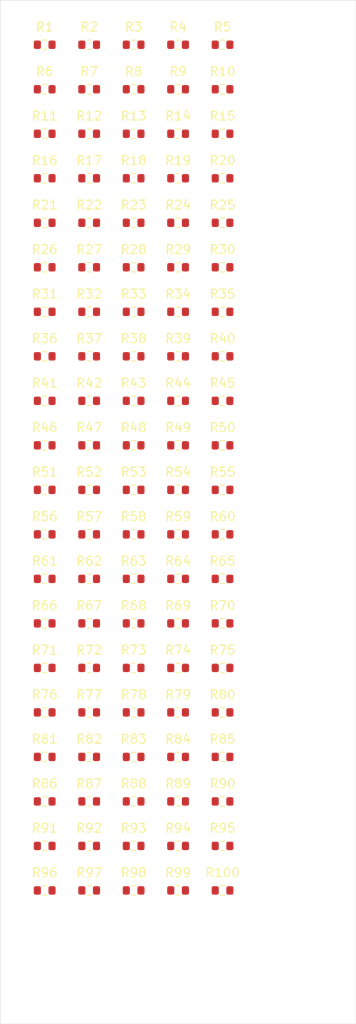
<source format=kicad_pcb>
(kicad_pcb (version 20241229) (generator "pcbnew") (generator_version "9.0")
  (layers (0 "F.Cu" signal) (2 "B.Cu" signal) (13 "F.Paste" user) (15 "B.Paste" user) (5 "F.SilkS" user "F.Silkscreen") (7 "B.SilkS" user "B.Silkscreen") (1 "F.Mask" user) (3 "B.Mask" user) (25 "Edge.Cuts" user))
  (net 0 "")
  (net 1 "VCC")
  (net 2 "GND")
  (footprint "Resistor_SMD:R_0603_1608Metric" (layer "F.Cu") (at 5.0 5.0)
    (property "Reference" "R1" (at 0 -2 0) (layer "F.SilkS") (effects (font (size 1.0 1.0))))
    (property "Value" "10k")
    (pad "1" smd roundrect (at -0.825 0.0) (size 0.8 0.95) (layers "F.Cu" "F.Mask" "F.Paste") (net 1 "VCC"))
    (pad "2" smd roundrect (at 0.825 0.0) (size 0.8 0.95) (layers "F.Cu" "F.Mask" "F.Paste") (net 2 "GND"))
  )
  (footprint "Resistor_SMD:R_0603_1608Metric" (layer "F.Cu") (at 10.0 5.0)
    (property "Reference" "R2" (at 0 -2 0) (layer "F.SilkS") (effects (font (size 1.0 1.0))))
    (property "Value" "10k")
    (pad "1" smd roundrect (at -0.825 0.0) (size 0.8 0.95) (layers "F.Cu" "F.Mask" "F.Paste") (net 1 "VCC"))
    (pad "2" smd roundrect (at 0.825 0.0) (size 0.8 0.95) (layers "F.Cu" "F.Mask" "F.Paste") (net 2 "GND"))
  )
  (footprint "Resistor_SMD:R_0603_1608Metric" (layer "F.Cu") (at 15.0 5.0)
    (property "Reference" "R3" (at 0 -2 0) (layer "F.SilkS") (effects (font (size 1.0 1.0))))
    (property "Value" "10k")
    (pad "1" smd roundrect (at -0.825 0.0) (size 0.8 0.95) (layers "F.Cu" "F.Mask" "F.Paste") (net 1 "VCC"))
    (pad "2" smd roundrect (at 0.825 0.0) (size 0.8 0.95) (layers "F.Cu" "F.Mask" "F.Paste") (net 2 "GND"))
  )
  (footprint "Resistor_SMD:R_0603_1608Metric" (layer "F.Cu") (at 20.0 5.0)
    (property "Reference" "R4" (at 0 -2 0) (layer "F.SilkS") (effects (font (size 1.0 1.0))))
    (property "Value" "10k")
    (pad "1" smd roundrect (at -0.825 0.0) (size 0.8 0.95) (layers "F.Cu" "F.Mask" "F.Paste") (net 1 "VCC"))
    (pad "2" smd roundrect (at 0.825 0.0) (size 0.8 0.95) (layers "F.Cu" "F.Mask" "F.Paste") (net 2 "GND"))
  )
  (footprint "Resistor_SMD:R_0603_1608Metric" (layer "F.Cu") (at 25.0 5.0)
    (property "Reference" "R5" (at 0 -2 0) (layer "F.SilkS") (effects (font (size 1.0 1.0))))
    (property "Value" "10k")
    (pad "1" smd roundrect (at -0.825 0.0) (size 0.8 0.95) (layers "F.Cu" "F.Mask" "F.Paste") (net 1 "VCC"))
    (pad "2" smd roundrect (at 0.825 0.0) (size 0.8 0.95) (layers "F.Cu" "F.Mask" "F.Paste") (net 2 "GND"))
  )
  (footprint "Resistor_SMD:R_0603_1608Metric" (layer "F.Cu") (at 5.0 10.0)
    (property "Reference" "R6" (at 0 -2 0) (layer "F.SilkS") (effects (font (size 1.0 1.0))))
    (property "Value" "10k")
    (pad "1" smd roundrect (at -0.825 0.0) (size 0.8 0.95) (layers "F.Cu" "F.Mask" "F.Paste") (net 1 "VCC"))
    (pad "2" smd roundrect (at 0.825 0.0) (size 0.8 0.95) (layers "F.Cu" "F.Mask" "F.Paste") (net 2 "GND"))
  )
  (footprint "Resistor_SMD:R_0603_1608Metric" (layer "F.Cu") (at 10.0 10.0)
    (property "Reference" "R7" (at 0 -2 0) (layer "F.SilkS") (effects (font (size 1.0 1.0))))
    (property "Value" "10k")
    (pad "1" smd roundrect (at -0.825 0.0) (size 0.8 0.95) (layers "F.Cu" "F.Mask" "F.Paste") (net 1 "VCC"))
    (pad "2" smd roundrect (at 0.825 0.0) (size 0.8 0.95) (layers "F.Cu" "F.Mask" "F.Paste") (net 2 "GND"))
  )
  (footprint "Resistor_SMD:R_0603_1608Metric" (layer "F.Cu") (at 15.0 10.0)
    (property "Reference" "R8" (at 0 -2 0) (layer "F.SilkS") (effects (font (size 1.0 1.0))))
    (property "Value" "10k")
    (pad "1" smd roundrect (at -0.825 0.0) (size 0.8 0.95) (layers "F.Cu" "F.Mask" "F.Paste") (net 1 "VCC"))
    (pad "2" smd roundrect (at 0.825 0.0) (size 0.8 0.95) (layers "F.Cu" "F.Mask" "F.Paste") (net 2 "GND"))
  )
  (footprint "Resistor_SMD:R_0603_1608Metric" (layer "F.Cu") (at 20.0 10.0)
    (property "Reference" "R9" (at 0 -2 0) (layer "F.SilkS") (effects (font (size 1.0 1.0))))
    (property "Value" "10k")
    (pad "1" smd roundrect (at -0.825 0.0) (size 0.8 0.95) (layers "F.Cu" "F.Mask" "F.Paste") (net 1 "VCC"))
    (pad "2" smd roundrect (at 0.825 0.0) (size 0.8 0.95) (layers "F.Cu" "F.Mask" "F.Paste") (net 2 "GND"))
  )
  (footprint "Resistor_SMD:R_0603_1608Metric" (layer "F.Cu") (at 25.0 10.0)
    (property "Reference" "R10" (at 0 -2 0) (layer "F.SilkS") (effects (font (size 1.0 1.0))))
    (property "Value" "10k")
    (pad "1" smd roundrect (at -0.825 0.0) (size 0.8 0.95) (layers "F.Cu" "F.Mask" "F.Paste") (net 1 "VCC"))
    (pad "2" smd roundrect (at 0.825 0.0) (size 0.8 0.95) (layers "F.Cu" "F.Mask" "F.Paste") (net 2 "GND"))
  )
  (footprint "Resistor_SMD:R_0603_1608Metric" (layer "F.Cu") (at 5.0 15.0)
    (property "Reference" "R11" (at 0 -2 0) (layer "F.SilkS") (effects (font (size 1.0 1.0))))
    (property "Value" "10k")
    (pad "1" smd roundrect (at -0.825 0.0) (size 0.8 0.95) (layers "F.Cu" "F.Mask" "F.Paste") (net 1 "VCC"))
    (pad "2" smd roundrect (at 0.825 0.0) (size 0.8 0.95) (layers "F.Cu" "F.Mask" "F.Paste") (net 2 "GND"))
  )
  (footprint "Resistor_SMD:R_0603_1608Metric" (layer "F.Cu") (at 10.0 15.0)
    (property "Reference" "R12" (at 0 -2 0) (layer "F.SilkS") (effects (font (size 1.0 1.0))))
    (property "Value" "10k")
    (pad "1" smd roundrect (at -0.825 0.0) (size 0.8 0.95) (layers "F.Cu" "F.Mask" "F.Paste") (net 1 "VCC"))
    (pad "2" smd roundrect (at 0.825 0.0) (size 0.8 0.95) (layers "F.Cu" "F.Mask" "F.Paste") (net 2 "GND"))
  )
  (footprint "Resistor_SMD:R_0603_1608Metric" (layer "F.Cu") (at 15.0 15.0)
    (property "Reference" "R13" (at 0 -2 0) (layer "F.SilkS") (effects (font (size 1.0 1.0))))
    (property "Value" "10k")
    (pad "1" smd roundrect (at -0.825 0.0) (size 0.8 0.95) (layers "F.Cu" "F.Mask" "F.Paste") (net 1 "VCC"))
    (pad "2" smd roundrect (at 0.825 0.0) (size 0.8 0.95) (layers "F.Cu" "F.Mask" "F.Paste") (net 2 "GND"))
  )
  (footprint "Resistor_SMD:R_0603_1608Metric" (layer "F.Cu") (at 20.0 15.0)
    (property "Reference" "R14" (at 0 -2 0) (layer "F.SilkS") (effects (font (size 1.0 1.0))))
    (property "Value" "10k")
    (pad "1" smd roundrect (at -0.825 0.0) (size 0.8 0.95) (layers "F.Cu" "F.Mask" "F.Paste") (net 1 "VCC"))
    (pad "2" smd roundrect (at 0.825 0.0) (size 0.8 0.95) (layers "F.Cu" "F.Mask" "F.Paste") (net 2 "GND"))
  )
  (footprint "Resistor_SMD:R_0603_1608Metric" (layer "F.Cu") (at 25.0 15.0)
    (property "Reference" "R15" (at 0 -2 0) (layer "F.SilkS") (effects (font (size 1.0 1.0))))
    (property "Value" "10k")
    (pad "1" smd roundrect (at -0.825 0.0) (size 0.8 0.95) (layers "F.Cu" "F.Mask" "F.Paste") (net 1 "VCC"))
    (pad "2" smd roundrect (at 0.825 0.0) (size 0.8 0.95) (layers "F.Cu" "F.Mask" "F.Paste") (net 2 "GND"))
  )
  (footprint "Resistor_SMD:R_0603_1608Metric" (layer "F.Cu") (at 5.0 20.0)
    (property "Reference" "R16" (at 0 -2 0) (layer "F.SilkS") (effects (font (size 1.0 1.0))))
    (property "Value" "10k")
    (pad "1" smd roundrect (at -0.825 0.0) (size 0.8 0.95) (layers "F.Cu" "F.Mask" "F.Paste") (net 1 "VCC"))
    (pad "2" smd roundrect (at 0.825 0.0) (size 0.8 0.95) (layers "F.Cu" "F.Mask" "F.Paste") (net 2 "GND"))
  )
  (footprint "Resistor_SMD:R_0603_1608Metric" (layer "F.Cu") (at 10.0 20.0)
    (property "Reference" "R17" (at 0 -2 0) (layer "F.SilkS") (effects (font (size 1.0 1.0))))
    (property "Value" "10k")
    (pad "1" smd roundrect (at -0.825 0.0) (size 0.8 0.95) (layers "F.Cu" "F.Mask" "F.Paste") (net 1 "VCC"))
    (pad "2" smd roundrect (at 0.825 0.0) (size 0.8 0.95) (layers "F.Cu" "F.Mask" "F.Paste") (net 2 "GND"))
  )
  (footprint "Resistor_SMD:R_0603_1608Metric" (layer "F.Cu") (at 15.0 20.0)
    (property "Reference" "R18" (at 0 -2 0) (layer "F.SilkS") (effects (font (size 1.0 1.0))))
    (property "Value" "10k")
    (pad "1" smd roundrect (at -0.825 0.0) (size 0.8 0.95) (layers "F.Cu" "F.Mask" "F.Paste") (net 1 "VCC"))
    (pad "2" smd roundrect (at 0.825 0.0) (size 0.8 0.95) (layers "F.Cu" "F.Mask" "F.Paste") (net 2 "GND"))
  )
  (footprint "Resistor_SMD:R_0603_1608Metric" (layer "F.Cu") (at 20.0 20.0)
    (property "Reference" "R19" (at 0 -2 0) (layer "F.SilkS") (effects (font (size 1.0 1.0))))
    (property "Value" "10k")
    (pad "1" smd roundrect (at -0.825 0.0) (size 0.8 0.95) (layers "F.Cu" "F.Mask" "F.Paste") (net 1 "VCC"))
    (pad "2" smd roundrect (at 0.825 0.0) (size 0.8 0.95) (layers "F.Cu" "F.Mask" "F.Paste") (net 2 "GND"))
  )
  (footprint "Resistor_SMD:R_0603_1608Metric" (layer "F.Cu") (at 25.0 20.0)
    (property "Reference" "R20" (at 0 -2 0) (layer "F.SilkS") (effects (font (size 1.0 1.0))))
    (property "Value" "10k")
    (pad "1" smd roundrect (at -0.825 0.0) (size 0.8 0.95) (layers "F.Cu" "F.Mask" "F.Paste") (net 1 "VCC"))
    (pad "2" smd roundrect (at 0.825 0.0) (size 0.8 0.95) (layers "F.Cu" "F.Mask" "F.Paste") (net 2 "GND"))
  )
  (footprint "Resistor_SMD:R_0603_1608Metric" (layer "F.Cu") (at 5.0 25.0)
    (property "Reference" "R21" (at 0 -2 0) (layer "F.SilkS") (effects (font (size 1.0 1.0))))
    (property "Value" "10k")
    (pad "1" smd roundrect (at -0.825 0.0) (size 0.8 0.95) (layers "F.Cu" "F.Mask" "F.Paste") (net 1 "VCC"))
    (pad "2" smd roundrect (at 0.825 0.0) (size 0.8 0.95) (layers "F.Cu" "F.Mask" "F.Paste") (net 2 "GND"))
  )
  (footprint "Resistor_SMD:R_0603_1608Metric" (layer "F.Cu") (at 10.0 25.0)
    (property "Reference" "R22" (at 0 -2 0) (layer "F.SilkS") (effects (font (size 1.0 1.0))))
    (property "Value" "10k")
    (pad "1" smd roundrect (at -0.825 0.0) (size 0.8 0.95) (layers "F.Cu" "F.Mask" "F.Paste") (net 1 "VCC"))
    (pad "2" smd roundrect (at 0.825 0.0) (size 0.8 0.95) (layers "F.Cu" "F.Mask" "F.Paste") (net 2 "GND"))
  )
  (footprint "Resistor_SMD:R_0603_1608Metric" (layer "F.Cu") (at 15.0 25.0)
    (property "Reference" "R23" (at 0 -2 0) (layer "F.SilkS") (effects (font (size 1.0 1.0))))
    (property "Value" "10k")
    (pad "1" smd roundrect (at -0.825 0.0) (size 0.8 0.95) (layers "F.Cu" "F.Mask" "F.Paste") (net 1 "VCC"))
    (pad "2" smd roundrect (at 0.825 0.0) (size 0.8 0.95) (layers "F.Cu" "F.Mask" "F.Paste") (net 2 "GND"))
  )
  (footprint "Resistor_SMD:R_0603_1608Metric" (layer "F.Cu") (at 20.0 25.0)
    (property "Reference" "R24" (at 0 -2 0) (layer "F.SilkS") (effects (font (size 1.0 1.0))))
    (property "Value" "10k")
    (pad "1" smd roundrect (at -0.825 0.0) (size 0.8 0.95) (layers "F.Cu" "F.Mask" "F.Paste") (net 1 "VCC"))
    (pad "2" smd roundrect (at 0.825 0.0) (size 0.8 0.95) (layers "F.Cu" "F.Mask" "F.Paste") (net 2 "GND"))
  )
  (footprint "Resistor_SMD:R_0603_1608Metric" (layer "F.Cu") (at 25.0 25.0)
    (property "Reference" "R25" (at 0 -2 0) (layer "F.SilkS") (effects (font (size 1.0 1.0))))
    (property "Value" "10k")
    (pad "1" smd roundrect (at -0.825 0.0) (size 0.8 0.95) (layers "F.Cu" "F.Mask" "F.Paste") (net 1 "VCC"))
    (pad "2" smd roundrect (at 0.825 0.0) (size 0.8 0.95) (layers "F.Cu" "F.Mask" "F.Paste") (net 2 "GND"))
  )
  (footprint "Resistor_SMD:R_0603_1608Metric" (layer "F.Cu") (at 5.0 30.0)
    (property "Reference" "R26" (at 0 -2 0) (layer "F.SilkS") (effects (font (size 1.0 1.0))))
    (property "Value" "10k")
    (pad "1" smd roundrect (at -0.825 0.0) (size 0.8 0.95) (layers "F.Cu" "F.Mask" "F.Paste") (net 1 "VCC"))
    (pad "2" smd roundrect (at 0.825 0.0) (size 0.8 0.95) (layers "F.Cu" "F.Mask" "F.Paste") (net 2 "GND"))
  )
  (footprint "Resistor_SMD:R_0603_1608Metric" (layer "F.Cu") (at 10.0 30.0)
    (property "Reference" "R27" (at 0 -2 0) (layer "F.SilkS") (effects (font (size 1.0 1.0))))
    (property "Value" "10k")
    (pad "1" smd roundrect (at -0.825 0.0) (size 0.8 0.95) (layers "F.Cu" "F.Mask" "F.Paste") (net 1 "VCC"))
    (pad "2" smd roundrect (at 0.825 0.0) (size 0.8 0.95) (layers "F.Cu" "F.Mask" "F.Paste") (net 2 "GND"))
  )
  (footprint "Resistor_SMD:R_0603_1608Metric" (layer "F.Cu") (at 15.0 30.0)
    (property "Reference" "R28" (at 0 -2 0) (layer "F.SilkS") (effects (font (size 1.0 1.0))))
    (property "Value" "10k")
    (pad "1" smd roundrect (at -0.825 0.0) (size 0.8 0.95) (layers "F.Cu" "F.Mask" "F.Paste") (net 1 "VCC"))
    (pad "2" smd roundrect (at 0.825 0.0) (size 0.8 0.95) (layers "F.Cu" "F.Mask" "F.Paste") (net 2 "GND"))
  )
  (footprint "Resistor_SMD:R_0603_1608Metric" (layer "F.Cu") (at 20.0 30.0)
    (property "Reference" "R29" (at 0 -2 0) (layer "F.SilkS") (effects (font (size 1.0 1.0))))
    (property "Value" "10k")
    (pad "1" smd roundrect (at -0.825 0.0) (size 0.8 0.95) (layers "F.Cu" "F.Mask" "F.Paste") (net 1 "VCC"))
    (pad "2" smd roundrect (at 0.825 0.0) (size 0.8 0.95) (layers "F.Cu" "F.Mask" "F.Paste") (net 2 "GND"))
  )
  (footprint "Resistor_SMD:R_0603_1608Metric" (layer "F.Cu") (at 25.0 30.0)
    (property "Reference" "R30" (at 0 -2 0) (layer "F.SilkS") (effects (font (size 1.0 1.0))))
    (property "Value" "10k")
    (pad "1" smd roundrect (at -0.825 0.0) (size 0.8 0.95) (layers "F.Cu" "F.Mask" "F.Paste") (net 1 "VCC"))
    (pad "2" smd roundrect (at 0.825 0.0) (size 0.8 0.95) (layers "F.Cu" "F.Mask" "F.Paste") (net 2 "GND"))
  )
  (footprint "Resistor_SMD:R_0603_1608Metric" (layer "F.Cu") (at 5.0 35.0)
    (property "Reference" "R31" (at 0 -2 0) (layer "F.SilkS") (effects (font (size 1.0 1.0))))
    (property "Value" "10k")
    (pad "1" smd roundrect (at -0.825 0.0) (size 0.8 0.95) (layers "F.Cu" "F.Mask" "F.Paste") (net 1 "VCC"))
    (pad "2" smd roundrect (at 0.825 0.0) (size 0.8 0.95) (layers "F.Cu" "F.Mask" "F.Paste") (net 2 "GND"))
  )
  (footprint "Resistor_SMD:R_0603_1608Metric" (layer "F.Cu") (at 10.0 35.0)
    (property "Reference" "R32" (at 0 -2 0) (layer "F.SilkS") (effects (font (size 1.0 1.0))))
    (property "Value" "10k")
    (pad "1" smd roundrect (at -0.825 0.0) (size 0.8 0.95) (layers "F.Cu" "F.Mask" "F.Paste") (net 1 "VCC"))
    (pad "2" smd roundrect (at 0.825 0.0) (size 0.8 0.95) (layers "F.Cu" "F.Mask" "F.Paste") (net 2 "GND"))
  )
  (footprint "Resistor_SMD:R_0603_1608Metric" (layer "F.Cu") (at 15.0 35.0)
    (property "Reference" "R33" (at 0 -2 0) (layer "F.SilkS") (effects (font (size 1.0 1.0))))
    (property "Value" "10k")
    (pad "1" smd roundrect (at -0.825 0.0) (size 0.8 0.95) (layers "F.Cu" "F.Mask" "F.Paste") (net 1 "VCC"))
    (pad "2" smd roundrect (at 0.825 0.0) (size 0.8 0.95) (layers "F.Cu" "F.Mask" "F.Paste") (net 2 "GND"))
  )
  (footprint "Resistor_SMD:R_0603_1608Metric" (layer "F.Cu") (at 20.0 35.0)
    (property "Reference" "R34" (at 0 -2 0) (layer "F.SilkS") (effects (font (size 1.0 1.0))))
    (property "Value" "10k")
    (pad "1" smd roundrect (at -0.825 0.0) (size 0.8 0.95) (layers "F.Cu" "F.Mask" "F.Paste") (net 1 "VCC"))
    (pad "2" smd roundrect (at 0.825 0.0) (size 0.8 0.95) (layers "F.Cu" "F.Mask" "F.Paste") (net 2 "GND"))
  )
  (footprint "Resistor_SMD:R_0603_1608Metric" (layer "F.Cu") (at 25.0 35.0)
    (property "Reference" "R35" (at 0 -2 0) (layer "F.SilkS") (effects (font (size 1.0 1.0))))
    (property "Value" "10k")
    (pad "1" smd roundrect (at -0.825 0.0) (size 0.8 0.95) (layers "F.Cu" "F.Mask" "F.Paste") (net 1 "VCC"))
    (pad "2" smd roundrect (at 0.825 0.0) (size 0.8 0.95) (layers "F.Cu" "F.Mask" "F.Paste") (net 2 "GND"))
  )
  (footprint "Resistor_SMD:R_0603_1608Metric" (layer "F.Cu") (at 5.0 40.0)
    (property "Reference" "R36" (at 0 -2 0) (layer "F.SilkS") (effects (font (size 1.0 1.0))))
    (property "Value" "10k")
    (pad "1" smd roundrect (at -0.825 0.0) (size 0.8 0.95) (layers "F.Cu" "F.Mask" "F.Paste") (net 1 "VCC"))
    (pad "2" smd roundrect (at 0.825 0.0) (size 0.8 0.95) (layers "F.Cu" "F.Mask" "F.Paste") (net 2 "GND"))
  )
  (footprint "Resistor_SMD:R_0603_1608Metric" (layer "F.Cu") (at 10.0 40.0)
    (property "Reference" "R37" (at 0 -2 0) (layer "F.SilkS") (effects (font (size 1.0 1.0))))
    (property "Value" "10k")
    (pad "1" smd roundrect (at -0.825 0.0) (size 0.8 0.95) (layers "F.Cu" "F.Mask" "F.Paste") (net 1 "VCC"))
    (pad "2" smd roundrect (at 0.825 0.0) (size 0.8 0.95) (layers "F.Cu" "F.Mask" "F.Paste") (net 2 "GND"))
  )
  (footprint "Resistor_SMD:R_0603_1608Metric" (layer "F.Cu") (at 15.0 40.0)
    (property "Reference" "R38" (at 0 -2 0) (layer "F.SilkS") (effects (font (size 1.0 1.0))))
    (property "Value" "10k")
    (pad "1" smd roundrect (at -0.825 0.0) (size 0.8 0.95) (layers "F.Cu" "F.Mask" "F.Paste") (net 1 "VCC"))
    (pad "2" smd roundrect (at 0.825 0.0) (size 0.8 0.95) (layers "F.Cu" "F.Mask" "F.Paste") (net 2 "GND"))
  )
  (footprint "Resistor_SMD:R_0603_1608Metric" (layer "F.Cu") (at 20.0 40.0)
    (property "Reference" "R39" (at 0 -2 0) (layer "F.SilkS") (effects (font (size 1.0 1.0))))
    (property "Value" "10k")
    (pad "1" smd roundrect (at -0.825 0.0) (size 0.8 0.95) (layers "F.Cu" "F.Mask" "F.Paste") (net 1 "VCC"))
    (pad "2" smd roundrect (at 0.825 0.0) (size 0.8 0.95) (layers "F.Cu" "F.Mask" "F.Paste") (net 2 "GND"))
  )
  (footprint "Resistor_SMD:R_0603_1608Metric" (layer "F.Cu") (at 25.0 40.0)
    (property "Reference" "R40" (at 0 -2 0) (layer "F.SilkS") (effects (font (size 1.0 1.0))))
    (property "Value" "10k")
    (pad "1" smd roundrect (at -0.825 0.0) (size 0.8 0.95) (layers "F.Cu" "F.Mask" "F.Paste") (net 1 "VCC"))
    (pad "2" smd roundrect (at 0.825 0.0) (size 0.8 0.95) (layers "F.Cu" "F.Mask" "F.Paste") (net 2 "GND"))
  )
  (footprint "Resistor_SMD:R_0603_1608Metric" (layer "F.Cu") (at 5.0 45.0)
    (property "Reference" "R41" (at 0 -2 0) (layer "F.SilkS") (effects (font (size 1.0 1.0))))
    (property "Value" "10k")
    (pad "1" smd roundrect (at -0.825 0.0) (size 0.8 0.95) (layers "F.Cu" "F.Mask" "F.Paste") (net 1 "VCC"))
    (pad "2" smd roundrect (at 0.825 0.0) (size 0.8 0.95) (layers "F.Cu" "F.Mask" "F.Paste") (net 2 "GND"))
  )
  (footprint "Resistor_SMD:R_0603_1608Metric" (layer "F.Cu") (at 10.0 45.0)
    (property "Reference" "R42" (at 0 -2 0) (layer "F.SilkS") (effects (font (size 1.0 1.0))))
    (property "Value" "10k")
    (pad "1" smd roundrect (at -0.825 0.0) (size 0.8 0.95) (layers "F.Cu" "F.Mask" "F.Paste") (net 1 "VCC"))
    (pad "2" smd roundrect (at 0.825 0.0) (size 0.8 0.95) (layers "F.Cu" "F.Mask" "F.Paste") (net 2 "GND"))
  )
  (footprint "Resistor_SMD:R_0603_1608Metric" (layer "F.Cu") (at 15.0 45.0)
    (property "Reference" "R43" (at 0 -2 0) (layer "F.SilkS") (effects (font (size 1.0 1.0))))
    (property "Value" "10k")
    (pad "1" smd roundrect (at -0.825 0.0) (size 0.8 0.95) (layers "F.Cu" "F.Mask" "F.Paste") (net 1 "VCC"))
    (pad "2" smd roundrect (at 0.825 0.0) (size 0.8 0.95) (layers "F.Cu" "F.Mask" "F.Paste") (net 2 "GND"))
  )
  (footprint "Resistor_SMD:R_0603_1608Metric" (layer "F.Cu") (at 20.0 45.0)
    (property "Reference" "R44" (at 0 -2 0) (layer "F.SilkS") (effects (font (size 1.0 1.0))))
    (property "Value" "10k")
    (pad "1" smd roundrect (at -0.825 0.0) (size 0.8 0.95) (layers "F.Cu" "F.Mask" "F.Paste") (net 1 "VCC"))
    (pad "2" smd roundrect (at 0.825 0.0) (size 0.8 0.95) (layers "F.Cu" "F.Mask" "F.Paste") (net 2 "GND"))
  )
  (footprint "Resistor_SMD:R_0603_1608Metric" (layer "F.Cu") (at 25.0 45.0)
    (property "Reference" "R45" (at 0 -2 0) (layer "F.SilkS") (effects (font (size 1.0 1.0))))
    (property "Value" "10k")
    (pad "1" smd roundrect (at -0.825 0.0) (size 0.8 0.95) (layers "F.Cu" "F.Mask" "F.Paste") (net 1 "VCC"))
    (pad "2" smd roundrect (at 0.825 0.0) (size 0.8 0.95) (layers "F.Cu" "F.Mask" "F.Paste") (net 2 "GND"))
  )
  (footprint "Resistor_SMD:R_0603_1608Metric" (layer "F.Cu") (at 5.0 50.0)
    (property "Reference" "R46" (at 0 -2 0) (layer "F.SilkS") (effects (font (size 1.0 1.0))))
    (property "Value" "10k")
    (pad "1" smd roundrect (at -0.825 0.0) (size 0.8 0.95) (layers "F.Cu" "F.Mask" "F.Paste") (net 1 "VCC"))
    (pad "2" smd roundrect (at 0.825 0.0) (size 0.8 0.95) (layers "F.Cu" "F.Mask" "F.Paste") (net 2 "GND"))
  )
  (footprint "Resistor_SMD:R_0603_1608Metric" (layer "F.Cu") (at 10.0 50.0)
    (property "Reference" "R47" (at 0 -2 0) (layer "F.SilkS") (effects (font (size 1.0 1.0))))
    (property "Value" "10k")
    (pad "1" smd roundrect (at -0.825 0.0) (size 0.8 0.95) (layers "F.Cu" "F.Mask" "F.Paste") (net 1 "VCC"))
    (pad "2" smd roundrect (at 0.825 0.0) (size 0.8 0.95) (layers "F.Cu" "F.Mask" "F.Paste") (net 2 "GND"))
  )
  (footprint "Resistor_SMD:R_0603_1608Metric" (layer "F.Cu") (at 15.0 50.0)
    (property "Reference" "R48" (at 0 -2 0) (layer "F.SilkS") (effects (font (size 1.0 1.0))))
    (property "Value" "10k")
    (pad "1" smd roundrect (at -0.825 0.0) (size 0.8 0.95) (layers "F.Cu" "F.Mask" "F.Paste") (net 1 "VCC"))
    (pad "2" smd roundrect (at 0.825 0.0) (size 0.8 0.95) (layers "F.Cu" "F.Mask" "F.Paste") (net 2 "GND"))
  )
  (footprint "Resistor_SMD:R_0603_1608Metric" (layer "F.Cu") (at 20.0 50.0)
    (property "Reference" "R49" (at 0 -2 0) (layer "F.SilkS") (effects (font (size 1.0 1.0))))
    (property "Value" "10k")
    (pad "1" smd roundrect (at -0.825 0.0) (size 0.8 0.95) (layers "F.Cu" "F.Mask" "F.Paste") (net 1 "VCC"))
    (pad "2" smd roundrect (at 0.825 0.0) (size 0.8 0.95) (layers "F.Cu" "F.Mask" "F.Paste") (net 2 "GND"))
  )
  (footprint "Resistor_SMD:R_0603_1608Metric" (layer "F.Cu") (at 25.0 50.0)
    (property "Reference" "R50" (at 0 -2 0) (layer "F.SilkS") (effects (font (size 1.0 1.0))))
    (property "Value" "10k")
    (pad "1" smd roundrect (at -0.825 0.0) (size 0.8 0.95) (layers "F.Cu" "F.Mask" "F.Paste") (net 1 "VCC"))
    (pad "2" smd roundrect (at 0.825 0.0) (size 0.8 0.95) (layers "F.Cu" "F.Mask" "F.Paste") (net 2 "GND"))
  )
  (footprint "Resistor_SMD:R_0603_1608Metric" (layer "F.Cu") (at 5.0 55.0)
    (property "Reference" "R51" (at 0 -2 0) (layer "F.SilkS") (effects (font (size 1.0 1.0))))
    (property "Value" "10k")
    (pad "1" smd roundrect (at -0.825 0.0) (size 0.8 0.95) (layers "F.Cu" "F.Mask" "F.Paste") (net 1 "VCC"))
    (pad "2" smd roundrect (at 0.825 0.0) (size 0.8 0.95) (layers "F.Cu" "F.Mask" "F.Paste") (net 2 "GND"))
  )
  (footprint "Resistor_SMD:R_0603_1608Metric" (layer "F.Cu") (at 10.0 55.0)
    (property "Reference" "R52" (at 0 -2 0) (layer "F.SilkS") (effects (font (size 1.0 1.0))))
    (property "Value" "10k")
    (pad "1" smd roundrect (at -0.825 0.0) (size 0.8 0.95) (layers "F.Cu" "F.Mask" "F.Paste") (net 1 "VCC"))
    (pad "2" smd roundrect (at 0.825 0.0) (size 0.8 0.95) (layers "F.Cu" "F.Mask" "F.Paste") (net 2 "GND"))
  )
  (footprint "Resistor_SMD:R_0603_1608Metric" (layer "F.Cu") (at 15.0 55.0)
    (property "Reference" "R53" (at 0 -2 0) (layer "F.SilkS") (effects (font (size 1.0 1.0))))
    (property "Value" "10k")
    (pad "1" smd roundrect (at -0.825 0.0) (size 0.8 0.95) (layers "F.Cu" "F.Mask" "F.Paste") (net 1 "VCC"))
    (pad "2" smd roundrect (at 0.825 0.0) (size 0.8 0.95) (layers "F.Cu" "F.Mask" "F.Paste") (net 2 "GND"))
  )
  (footprint "Resistor_SMD:R_0603_1608Metric" (layer "F.Cu") (at 20.0 55.0)
    (property "Reference" "R54" (at 0 -2 0) (layer "F.SilkS") (effects (font (size 1.0 1.0))))
    (property "Value" "10k")
    (pad "1" smd roundrect (at -0.825 0.0) (size 0.8 0.95) (layers "F.Cu" "F.Mask" "F.Paste") (net 1 "VCC"))
    (pad "2" smd roundrect (at 0.825 0.0) (size 0.8 0.95) (layers "F.Cu" "F.Mask" "F.Paste") (net 2 "GND"))
  )
  (footprint "Resistor_SMD:R_0603_1608Metric" (layer "F.Cu") (at 25.0 55.0)
    (property "Reference" "R55" (at 0 -2 0) (layer "F.SilkS") (effects (font (size 1.0 1.0))))
    (property "Value" "10k")
    (pad "1" smd roundrect (at -0.825 0.0) (size 0.8 0.95) (layers "F.Cu" "F.Mask" "F.Paste") (net 1 "VCC"))
    (pad "2" smd roundrect (at 0.825 0.0) (size 0.8 0.95) (layers "F.Cu" "F.Mask" "F.Paste") (net 2 "GND"))
  )
  (footprint "Resistor_SMD:R_0603_1608Metric" (layer "F.Cu") (at 5.0 60.0)
    (property "Reference" "R56" (at 0 -2 0) (layer "F.SilkS") (effects (font (size 1.0 1.0))))
    (property "Value" "10k")
    (pad "1" smd roundrect (at -0.825 0.0) (size 0.8 0.95) (layers "F.Cu" "F.Mask" "F.Paste") (net 1 "VCC"))
    (pad "2" smd roundrect (at 0.825 0.0) (size 0.8 0.95) (layers "F.Cu" "F.Mask" "F.Paste") (net 2 "GND"))
  )
  (footprint "Resistor_SMD:R_0603_1608Metric" (layer "F.Cu") (at 10.0 60.0)
    (property "Reference" "R57" (at 0 -2 0) (layer "F.SilkS") (effects (font (size 1.0 1.0))))
    (property "Value" "10k")
    (pad "1" smd roundrect (at -0.825 0.0) (size 0.8 0.95) (layers "F.Cu" "F.Mask" "F.Paste") (net 1 "VCC"))
    (pad "2" smd roundrect (at 0.825 0.0) (size 0.8 0.95) (layers "F.Cu" "F.Mask" "F.Paste") (net 2 "GND"))
  )
  (footprint "Resistor_SMD:R_0603_1608Metric" (layer "F.Cu") (at 15.0 60.0)
    (property "Reference" "R58" (at 0 -2 0) (layer "F.SilkS") (effects (font (size 1.0 1.0))))
    (property "Value" "10k")
    (pad "1" smd roundrect (at -0.825 0.0) (size 0.8 0.95) (layers "F.Cu" "F.Mask" "F.Paste") (net 1 "VCC"))
    (pad "2" smd roundrect (at 0.825 0.0) (size 0.8 0.95) (layers "F.Cu" "F.Mask" "F.Paste") (net 2 "GND"))
  )
  (footprint "Resistor_SMD:R_0603_1608Metric" (layer "F.Cu") (at 20.0 60.0)
    (property "Reference" "R59" (at 0 -2 0) (layer "F.SilkS") (effects (font (size 1.0 1.0))))
    (property "Value" "10k")
    (pad "1" smd roundrect (at -0.825 0.0) (size 0.8 0.95) (layers "F.Cu" "F.Mask" "F.Paste") (net 1 "VCC"))
    (pad "2" smd roundrect (at 0.825 0.0) (size 0.8 0.95) (layers "F.Cu" "F.Mask" "F.Paste") (net 2 "GND"))
  )
  (footprint "Resistor_SMD:R_0603_1608Metric" (layer "F.Cu") (at 25.0 60.0)
    (property "Reference" "R60" (at 0 -2 0) (layer "F.SilkS") (effects (font (size 1.0 1.0))))
    (property "Value" "10k")
    (pad "1" smd roundrect (at -0.825 0.0) (size 0.8 0.95) (layers "F.Cu" "F.Mask" "F.Paste") (net 1 "VCC"))
    (pad "2" smd roundrect (at 0.825 0.0) (size 0.8 0.95) (layers "F.Cu" "F.Mask" "F.Paste") (net 2 "GND"))
  )
  (footprint "Resistor_SMD:R_0603_1608Metric" (layer "F.Cu") (at 5.0 65.0)
    (property "Reference" "R61" (at 0 -2 0) (layer "F.SilkS") (effects (font (size 1.0 1.0))))
    (property "Value" "10k")
    (pad "1" smd roundrect (at -0.825 0.0) (size 0.8 0.95) (layers "F.Cu" "F.Mask" "F.Paste") (net 1 "VCC"))
    (pad "2" smd roundrect (at 0.825 0.0) (size 0.8 0.95) (layers "F.Cu" "F.Mask" "F.Paste") (net 2 "GND"))
  )
  (footprint "Resistor_SMD:R_0603_1608Metric" (layer "F.Cu") (at 10.0 65.0)
    (property "Reference" "R62" (at 0 -2 0) (layer "F.SilkS") (effects (font (size 1.0 1.0))))
    (property "Value" "10k")
    (pad "1" smd roundrect (at -0.825 0.0) (size 0.8 0.95) (layers "F.Cu" "F.Mask" "F.Paste") (net 1 "VCC"))
    (pad "2" smd roundrect (at 0.825 0.0) (size 0.8 0.95) (layers "F.Cu" "F.Mask" "F.Paste") (net 2 "GND"))
  )
  (footprint "Resistor_SMD:R_0603_1608Metric" (layer "F.Cu") (at 15.0 65.0)
    (property "Reference" "R63" (at 0 -2 0) (layer "F.SilkS") (effects (font (size 1.0 1.0))))
    (property "Value" "10k")
    (pad "1" smd roundrect (at -0.825 0.0) (size 0.8 0.95) (layers "F.Cu" "F.Mask" "F.Paste") (net 1 "VCC"))
    (pad "2" smd roundrect (at 0.825 0.0) (size 0.8 0.95) (layers "F.Cu" "F.Mask" "F.Paste") (net 2 "GND"))
  )
  (footprint "Resistor_SMD:R_0603_1608Metric" (layer "F.Cu") (at 20.0 65.0)
    (property "Reference" "R64" (at 0 -2 0) (layer "F.SilkS") (effects (font (size 1.0 1.0))))
    (property "Value" "10k")
    (pad "1" smd roundrect (at -0.825 0.0) (size 0.8 0.95) (layers "F.Cu" "F.Mask" "F.Paste") (net 1 "VCC"))
    (pad "2" smd roundrect (at 0.825 0.0) (size 0.8 0.95) (layers "F.Cu" "F.Mask" "F.Paste") (net 2 "GND"))
  )
  (footprint "Resistor_SMD:R_0603_1608Metric" (layer "F.Cu") (at 25.0 65.0)
    (property "Reference" "R65" (at 0 -2 0) (layer "F.SilkS") (effects (font (size 1.0 1.0))))
    (property "Value" "10k")
    (pad "1" smd roundrect (at -0.825 0.0) (size 0.8 0.95) (layers "F.Cu" "F.Mask" "F.Paste") (net 1 "VCC"))
    (pad "2" smd roundrect (at 0.825 0.0) (size 0.8 0.95) (layers "F.Cu" "F.Mask" "F.Paste") (net 2 "GND"))
  )
  (footprint "Resistor_SMD:R_0603_1608Metric" (layer "F.Cu") (at 5.0 70.0)
    (property "Reference" "R66" (at 0 -2 0) (layer "F.SilkS") (effects (font (size 1.0 1.0))))
    (property "Value" "10k")
    (pad "1" smd roundrect (at -0.825 0.0) (size 0.8 0.95) (layers "F.Cu" "F.Mask" "F.Paste") (net 1 "VCC"))
    (pad "2" smd roundrect (at 0.825 0.0) (size 0.8 0.95) (layers "F.Cu" "F.Mask" "F.Paste") (net 2 "GND"))
  )
  (footprint "Resistor_SMD:R_0603_1608Metric" (layer "F.Cu") (at 10.0 70.0)
    (property "Reference" "R67" (at 0 -2 0) (layer "F.SilkS") (effects (font (size 1.0 1.0))))
    (property "Value" "10k")
    (pad "1" smd roundrect (at -0.825 0.0) (size 0.8 0.95) (layers "F.Cu" "F.Mask" "F.Paste") (net 1 "VCC"))
    (pad "2" smd roundrect (at 0.825 0.0) (size 0.8 0.95) (layers "F.Cu" "F.Mask" "F.Paste") (net 2 "GND"))
  )
  (footprint "Resistor_SMD:R_0603_1608Metric" (layer "F.Cu") (at 15.0 70.0)
    (property "Reference" "R68" (at 0 -2 0) (layer "F.SilkS") (effects (font (size 1.0 1.0))))
    (property "Value" "10k")
    (pad "1" smd roundrect (at -0.825 0.0) (size 0.8 0.95) (layers "F.Cu" "F.Mask" "F.Paste") (net 1 "VCC"))
    (pad "2" smd roundrect (at 0.825 0.0) (size 0.8 0.95) (layers "F.Cu" "F.Mask" "F.Paste") (net 2 "GND"))
  )
  (footprint "Resistor_SMD:R_0603_1608Metric" (layer "F.Cu") (at 20.0 70.0)
    (property "Reference" "R69" (at 0 -2 0) (layer "F.SilkS") (effects (font (size 1.0 1.0))))
    (property "Value" "10k")
    (pad "1" smd roundrect (at -0.825 0.0) (size 0.8 0.95) (layers "F.Cu" "F.Mask" "F.Paste") (net 1 "VCC"))
    (pad "2" smd roundrect (at 0.825 0.0) (size 0.8 0.95) (layers "F.Cu" "F.Mask" "F.Paste") (net 2 "GND"))
  )
  (footprint "Resistor_SMD:R_0603_1608Metric" (layer "F.Cu") (at 25.0 70.0)
    (property "Reference" "R70" (at 0 -2 0) (layer "F.SilkS") (effects (font (size 1.0 1.0))))
    (property "Value" "10k")
    (pad "1" smd roundrect (at -0.825 0.0) (size 0.8 0.95) (layers "F.Cu" "F.Mask" "F.Paste") (net 1 "VCC"))
    (pad "2" smd roundrect (at 0.825 0.0) (size 0.8 0.95) (layers "F.Cu" "F.Mask" "F.Paste") (net 2 "GND"))
  )
  (footprint "Resistor_SMD:R_0603_1608Metric" (layer "F.Cu") (at 5.0 75.0)
    (property "Reference" "R71" (at 0 -2 0) (layer "F.SilkS") (effects (font (size 1.0 1.0))))
    (property "Value" "10k")
    (pad "1" smd roundrect (at -0.825 0.0) (size 0.8 0.95) (layers "F.Cu" "F.Mask" "F.Paste") (net 1 "VCC"))
    (pad "2" smd roundrect (at 0.825 0.0) (size 0.8 0.95) (layers "F.Cu" "F.Mask" "F.Paste") (net 2 "GND"))
  )
  (footprint "Resistor_SMD:R_0603_1608Metric" (layer "F.Cu") (at 10.0 75.0)
    (property "Reference" "R72" (at 0 -2 0) (layer "F.SilkS") (effects (font (size 1.0 1.0))))
    (property "Value" "10k")
    (pad "1" smd roundrect (at -0.825 0.0) (size 0.8 0.95) (layers "F.Cu" "F.Mask" "F.Paste") (net 1 "VCC"))
    (pad "2" smd roundrect (at 0.825 0.0) (size 0.8 0.95) (layers "F.Cu" "F.Mask" "F.Paste") (net 2 "GND"))
  )
  (footprint "Resistor_SMD:R_0603_1608Metric" (layer "F.Cu") (at 15.0 75.0)
    (property "Reference" "R73" (at 0 -2 0) (layer "F.SilkS") (effects (font (size 1.0 1.0))))
    (property "Value" "10k")
    (pad "1" smd roundrect (at -0.825 0.0) (size 0.8 0.95) (layers "F.Cu" "F.Mask" "F.Paste") (net 1 "VCC"))
    (pad "2" smd roundrect (at 0.825 0.0) (size 0.8 0.95) (layers "F.Cu" "F.Mask" "F.Paste") (net 2 "GND"))
  )
  (footprint "Resistor_SMD:R_0603_1608Metric" (layer "F.Cu") (at 20.0 75.0)
    (property "Reference" "R74" (at 0 -2 0) (layer "F.SilkS") (effects (font (size 1.0 1.0))))
    (property "Value" "10k")
    (pad "1" smd roundrect (at -0.825 0.0) (size 0.8 0.95) (layers "F.Cu" "F.Mask" "F.Paste") (net 1 "VCC"))
    (pad "2" smd roundrect (at 0.825 0.0) (size 0.8 0.95) (layers "F.Cu" "F.Mask" "F.Paste") (net 2 "GND"))
  )
  (footprint "Resistor_SMD:R_0603_1608Metric" (layer "F.Cu") (at 25.0 75.0)
    (property "Reference" "R75" (at 0 -2 0) (layer "F.SilkS") (effects (font (size 1.0 1.0))))
    (property "Value" "10k")
    (pad "1" smd roundrect (at -0.825 0.0) (size 0.8 0.95) (layers "F.Cu" "F.Mask" "F.Paste") (net 1 "VCC"))
    (pad "2" smd roundrect (at 0.825 0.0) (size 0.8 0.95) (layers "F.Cu" "F.Mask" "F.Paste") (net 2 "GND"))
  )
  (footprint "Resistor_SMD:R_0603_1608Metric" (layer "F.Cu") (at 5.0 80.0)
    (property "Reference" "R76" (at 0 -2 0) (layer "F.SilkS") (effects (font (size 1.0 1.0))))
    (property "Value" "10k")
    (pad "1" smd roundrect (at -0.825 0.0) (size 0.8 0.95) (layers "F.Cu" "F.Mask" "F.Paste") (net 1 "VCC"))
    (pad "2" smd roundrect (at 0.825 0.0) (size 0.8 0.95) (layers "F.Cu" "F.Mask" "F.Paste") (net 2 "GND"))
  )
  (footprint "Resistor_SMD:R_0603_1608Metric" (layer "F.Cu") (at 10.0 80.0)
    (property "Reference" "R77" (at 0 -2 0) (layer "F.SilkS") (effects (font (size 1.0 1.0))))
    (property "Value" "10k")
    (pad "1" smd roundrect (at -0.825 0.0) (size 0.8 0.95) (layers "F.Cu" "F.Mask" "F.Paste") (net 1 "VCC"))
    (pad "2" smd roundrect (at 0.825 0.0) (size 0.8 0.95) (layers "F.Cu" "F.Mask" "F.Paste") (net 2 "GND"))
  )
  (footprint "Resistor_SMD:R_0603_1608Metric" (layer "F.Cu") (at 15.0 80.0)
    (property "Reference" "R78" (at 0 -2 0) (layer "F.SilkS") (effects (font (size 1.0 1.0))))
    (property "Value" "10k")
    (pad "1" smd roundrect (at -0.825 0.0) (size 0.8 0.95) (layers "F.Cu" "F.Mask" "F.Paste") (net 1 "VCC"))
    (pad "2" smd roundrect (at 0.825 0.0) (size 0.8 0.95) (layers "F.Cu" "F.Mask" "F.Paste") (net 2 "GND"))
  )
  (footprint "Resistor_SMD:R_0603_1608Metric" (layer "F.Cu") (at 20.0 80.0)
    (property "Reference" "R79" (at 0 -2 0) (layer "F.SilkS") (effects (font (size 1.0 1.0))))
    (property "Value" "10k")
    (pad "1" smd roundrect (at -0.825 0.0) (size 0.8 0.95) (layers "F.Cu" "F.Mask" "F.Paste") (net 1 "VCC"))
    (pad "2" smd roundrect (at 0.825 0.0) (size 0.8 0.95) (layers "F.Cu" "F.Mask" "F.Paste") (net 2 "GND"))
  )
  (footprint "Resistor_SMD:R_0603_1608Metric" (layer "F.Cu") (at 25.0 80.0)
    (property "Reference" "R80" (at 0 -2 0) (layer "F.SilkS") (effects (font (size 1.0 1.0))))
    (property "Value" "10k")
    (pad "1" smd roundrect (at -0.825 0.0) (size 0.8 0.95) (layers "F.Cu" "F.Mask" "F.Paste") (net 1 "VCC"))
    (pad "2" smd roundrect (at 0.825 0.0) (size 0.8 0.95) (layers "F.Cu" "F.Mask" "F.Paste") (net 2 "GND"))
  )
  (footprint "Resistor_SMD:R_0603_1608Metric" (layer "F.Cu") (at 5.0 85.0)
    (property "Reference" "R81" (at 0 -2 0) (layer "F.SilkS") (effects (font (size 1.0 1.0))))
    (property "Value" "10k")
    (pad "1" smd roundrect (at -0.825 0.0) (size 0.8 0.95) (layers "F.Cu" "F.Mask" "F.Paste") (net 1 "VCC"))
    (pad "2" smd roundrect (at 0.825 0.0) (size 0.8 0.95) (layers "F.Cu" "F.Mask" "F.Paste") (net 2 "GND"))
  )
  (footprint "Resistor_SMD:R_0603_1608Metric" (layer "F.Cu") (at 10.0 85.0)
    (property "Reference" "R82" (at 0 -2 0) (layer "F.SilkS") (effects (font (size 1.0 1.0))))
    (property "Value" "10k")
    (pad "1" smd roundrect (at -0.825 0.0) (size 0.8 0.95) (layers "F.Cu" "F.Mask" "F.Paste") (net 1 "VCC"))
    (pad "2" smd roundrect (at 0.825 0.0) (size 0.8 0.95) (layers "F.Cu" "F.Mask" "F.Paste") (net 2 "GND"))
  )
  (footprint "Resistor_SMD:R_0603_1608Metric" (layer "F.Cu") (at 15.0 85.0)
    (property "Reference" "R83" (at 0 -2 0) (layer "F.SilkS") (effects (font (size 1.0 1.0))))
    (property "Value" "10k")
    (pad "1" smd roundrect (at -0.825 0.0) (size 0.8 0.95) (layers "F.Cu" "F.Mask" "F.Paste") (net 1 "VCC"))
    (pad "2" smd roundrect (at 0.825 0.0) (size 0.8 0.95) (layers "F.Cu" "F.Mask" "F.Paste") (net 2 "GND"))
  )
  (footprint "Resistor_SMD:R_0603_1608Metric" (layer "F.Cu") (at 20.0 85.0)
    (property "Reference" "R84" (at 0 -2 0) (layer "F.SilkS") (effects (font (size 1.0 1.0))))
    (property "Value" "10k")
    (pad "1" smd roundrect (at -0.825 0.0) (size 0.8 0.95) (layers "F.Cu" "F.Mask" "F.Paste") (net 1 "VCC"))
    (pad "2" smd roundrect (at 0.825 0.0) (size 0.8 0.95) (layers "F.Cu" "F.Mask" "F.Paste") (net 2 "GND"))
  )
  (footprint "Resistor_SMD:R_0603_1608Metric" (layer "F.Cu") (at 25.0 85.0)
    (property "Reference" "R85" (at 0 -2 0) (layer "F.SilkS") (effects (font (size 1.0 1.0))))
    (property "Value" "10k")
    (pad "1" smd roundrect (at -0.825 0.0) (size 0.8 0.95) (layers "F.Cu" "F.Mask" "F.Paste") (net 1 "VCC"))
    (pad "2" smd roundrect (at 0.825 0.0) (size 0.8 0.95) (layers "F.Cu" "F.Mask" "F.Paste") (net 2 "GND"))
  )
  (footprint "Resistor_SMD:R_0603_1608Metric" (layer "F.Cu") (at 5.0 90.0)
    (property "Reference" "R86" (at 0 -2 0) (layer "F.SilkS") (effects (font (size 1.0 1.0))))
    (property "Value" "10k")
    (pad "1" smd roundrect (at -0.825 0.0) (size 0.8 0.95) (layers "F.Cu" "F.Mask" "F.Paste") (net 1 "VCC"))
    (pad "2" smd roundrect (at 0.825 0.0) (size 0.8 0.95) (layers "F.Cu" "F.Mask" "F.Paste") (net 2 "GND"))
  )
  (footprint "Resistor_SMD:R_0603_1608Metric" (layer "F.Cu") (at 10.0 90.0)
    (property "Reference" "R87" (at 0 -2 0) (layer "F.SilkS") (effects (font (size 1.0 1.0))))
    (property "Value" "10k")
    (pad "1" smd roundrect (at -0.825 0.0) (size 0.8 0.95) (layers "F.Cu" "F.Mask" "F.Paste") (net 1 "VCC"))
    (pad "2" smd roundrect (at 0.825 0.0) (size 0.8 0.95) (layers "F.Cu" "F.Mask" "F.Paste") (net 2 "GND"))
  )
  (footprint "Resistor_SMD:R_0603_1608Metric" (layer "F.Cu") (at 15.0 90.0)
    (property "Reference" "R88" (at 0 -2 0) (layer "F.SilkS") (effects (font (size 1.0 1.0))))
    (property "Value" "10k")
    (pad "1" smd roundrect (at -0.825 0.0) (size 0.8 0.95) (layers "F.Cu" "F.Mask" "F.Paste") (net 1 "VCC"))
    (pad "2" smd roundrect (at 0.825 0.0) (size 0.8 0.95) (layers "F.Cu" "F.Mask" "F.Paste") (net 2 "GND"))
  )
  (footprint "Resistor_SMD:R_0603_1608Metric" (layer "F.Cu") (at 20.0 90.0)
    (property "Reference" "R89" (at 0 -2 0) (layer "F.SilkS") (effects (font (size 1.0 1.0))))
    (property "Value" "10k")
    (pad "1" smd roundrect (at -0.825 0.0) (size 0.8 0.95) (layers "F.Cu" "F.Mask" "F.Paste") (net 1 "VCC"))
    (pad "2" smd roundrect (at 0.825 0.0) (size 0.8 0.95) (layers "F.Cu" "F.Mask" "F.Paste") (net 2 "GND"))
  )
  (footprint "Resistor_SMD:R_0603_1608Metric" (layer "F.Cu") (at 25.0 90.0)
    (property "Reference" "R90" (at 0 -2 0) (layer "F.SilkS") (effects (font (size 1.0 1.0))))
    (property "Value" "10k")
    (pad "1" smd roundrect (at -0.825 0.0) (size 0.8 0.95) (layers "F.Cu" "F.Mask" "F.Paste") (net 1 "VCC"))
    (pad "2" smd roundrect (at 0.825 0.0) (size 0.8 0.95) (layers "F.Cu" "F.Mask" "F.Paste") (net 2 "GND"))
  )
  (footprint "Resistor_SMD:R_0603_1608Metric" (layer "F.Cu") (at 5.0 95.0)
    (property "Reference" "R91" (at 0 -2 0) (layer "F.SilkS") (effects (font (size 1.0 1.0))))
    (property "Value" "10k")
    (pad "1" smd roundrect (at -0.825 0.0) (size 0.8 0.95) (layers "F.Cu" "F.Mask" "F.Paste") (net 1 "VCC"))
    (pad "2" smd roundrect (at 0.825 0.0) (size 0.8 0.95) (layers "F.Cu" "F.Mask" "F.Paste") (net 2 "GND"))
  )
  (footprint "Resistor_SMD:R_0603_1608Metric" (layer "F.Cu") (at 10.0 95.0)
    (property "Reference" "R92" (at 0 -2 0) (layer "F.SilkS") (effects (font (size 1.0 1.0))))
    (property "Value" "10k")
    (pad "1" smd roundrect (at -0.825 0.0) (size 0.8 0.95) (layers "F.Cu" "F.Mask" "F.Paste") (net 1 "VCC"))
    (pad "2" smd roundrect (at 0.825 0.0) (size 0.8 0.95) (layers "F.Cu" "F.Mask" "F.Paste") (net 2 "GND"))
  )
  (footprint "Resistor_SMD:R_0603_1608Metric" (layer "F.Cu") (at 15.0 95.0)
    (property "Reference" "R93" (at 0 -2 0) (layer "F.SilkS") (effects (font (size 1.0 1.0))))
    (property "Value" "10k")
    (pad "1" smd roundrect (at -0.825 0.0) (size 0.8 0.95) (layers "F.Cu" "F.Mask" "F.Paste") (net 1 "VCC"))
    (pad "2" smd roundrect (at 0.825 0.0) (size 0.8 0.95) (layers "F.Cu" "F.Mask" "F.Paste") (net 2 "GND"))
  )
  (footprint "Resistor_SMD:R_0603_1608Metric" (layer "F.Cu") (at 20.0 95.0)
    (property "Reference" "R94" (at 0 -2 0) (layer "F.SilkS") (effects (font (size 1.0 1.0))))
    (property "Value" "10k")
    (pad "1" smd roundrect (at -0.825 0.0) (size 0.8 0.95) (layers "F.Cu" "F.Mask" "F.Paste") (net 1 "VCC"))
    (pad "2" smd roundrect (at 0.825 0.0) (size 0.8 0.95) (layers "F.Cu" "F.Mask" "F.Paste") (net 2 "GND"))
  )
  (footprint "Resistor_SMD:R_0603_1608Metric" (layer "F.Cu") (at 25.0 95.0)
    (property "Reference" "R95" (at 0 -2 0) (layer "F.SilkS") (effects (font (size 1.0 1.0))))
    (property "Value" "10k")
    (pad "1" smd roundrect (at -0.825 0.0) (size 0.8 0.95) (layers "F.Cu" "F.Mask" "F.Paste") (net 1 "VCC"))
    (pad "2" smd roundrect (at 0.825 0.0) (size 0.8 0.95) (layers "F.Cu" "F.Mask" "F.Paste") (net 2 "GND"))
  )
  (footprint "Resistor_SMD:R_0603_1608Metric" (layer "F.Cu") (at 5.0 100.0)
    (property "Reference" "R96" (at 0 -2 0) (layer "F.SilkS") (effects (font (size 1.0 1.0))))
    (property "Value" "10k")
    (pad "1" smd roundrect (at -0.825 0.0) (size 0.8 0.95) (layers "F.Cu" "F.Mask" "F.Paste") (net 1 "VCC"))
    (pad "2" smd roundrect (at 0.825 0.0) (size 0.8 0.95) (layers "F.Cu" "F.Mask" "F.Paste") (net 2 "GND"))
  )
  (footprint "Resistor_SMD:R_0603_1608Metric" (layer "F.Cu") (at 10.0 100.0)
    (property "Reference" "R97" (at 0 -2 0) (layer "F.SilkS") (effects (font (size 1.0 1.0))))
    (property "Value" "10k")
    (pad "1" smd roundrect (at -0.825 0.0) (size 0.8 0.95) (layers "F.Cu" "F.Mask" "F.Paste") (net 1 "VCC"))
    (pad "2" smd roundrect (at 0.825 0.0) (size 0.8 0.95) (layers "F.Cu" "F.Mask" "F.Paste") (net 2 "GND"))
  )
  (footprint "Resistor_SMD:R_0603_1608Metric" (layer "F.Cu") (at 15.0 100.0)
    (property "Reference" "R98" (at 0 -2 0) (layer "F.SilkS") (effects (font (size 1.0 1.0))))
    (property "Value" "10k")
    (pad "1" smd roundrect (at -0.825 0.0) (size 0.8 0.95) (layers "F.Cu" "F.Mask" "F.Paste") (net 1 "VCC"))
    (pad "2" smd roundrect (at 0.825 0.0) (size 0.8 0.95) (layers "F.Cu" "F.Mask" "F.Paste") (net 2 "GND"))
  )
  (footprint "Resistor_SMD:R_0603_1608Metric" (layer "F.Cu") (at 20.0 100.0)
    (property "Reference" "R99" (at 0 -2 0) (layer "F.SilkS") (effects (font (size 1.0 1.0))))
    (property "Value" "10k")
    (pad "1" smd roundrect (at -0.825 0.0) (size 0.8 0.95) (layers "F.Cu" "F.Mask" "F.Paste") (net 1 "VCC"))
    (pad "2" smd roundrect (at 0.825 0.0) (size 0.8 0.95) (layers "F.Cu" "F.Mask" "F.Paste") (net 2 "GND"))
  )
  (footprint "Resistor_SMD:R_0603_1608Metric" (layer "F.Cu") (at 25.0 100.0)
    (property "Reference" "R100" (at 0 -2 0) (layer "F.SilkS") (effects (font (size 1.0 1.0))))
    (property "Value" "10k")
    (pad "1" smd roundrect (at -0.825 0.0) (size 0.8 0.95) (layers "F.Cu" "F.Mask" "F.Paste") (net 1 "VCC"))
    (pad "2" smd roundrect (at 0.825 0.0) (size 0.8 0.95) (layers "F.Cu" "F.Mask" "F.Paste") (net 2 "GND"))
  )
  (gr_rect (start 0 0) (end 40.0 115.0) (stroke (width 0.05)) (fill no) (layer "Edge.Cuts"))
)
</source>
